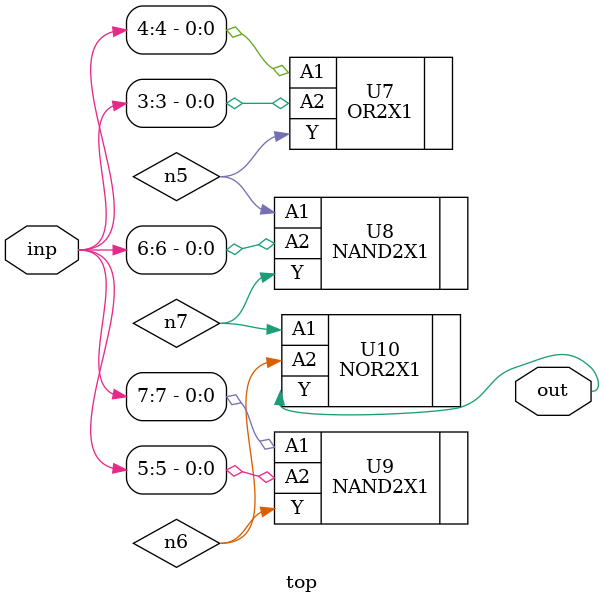
<source format=sv>


module top ( inp, out );
  input [7:0] inp;
  output out;
  wire   n5, n6, n7;

  OR2X1 U7 ( .A1(inp[4]), .A2(inp[3]), .Y(n5) );
  NAND2X1 U8 ( .A1(n5), .A2(inp[6]), .Y(n7) );
  NAND2X1 U9 ( .A1(inp[7]), .A2(inp[5]), .Y(n6) );
  NOR2X1 U10 ( .A1(n7), .A2(n6), .Y(out) );
endmodule


</source>
